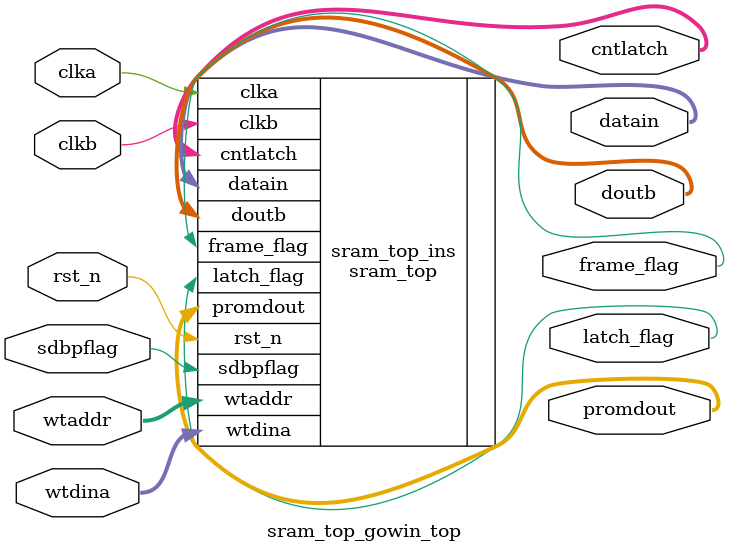
<source format=v>

module sram_top_gowin_top (
    clka,
    clkb,
    sdbpflag,
    wtaddr,
    wtdina,
    rst_n,
    promdout,
    latch_flag,
    frame_flag,
    doutb,
    datain,
    cntlatch
);
input clka;
input clkb;
input sdbpflag;
input [9:0] wtaddr;
input [15:0] wtdina;
input rst_n;
output [9:0] promdout;
output latch_flag;
output frame_flag;
output [15:0] doutb;
output [95:0] datain;
output [6:0] cntlatch;
sram_top sram_top_ins (
    .clka(clka),
    .clkb(clkb),
    .sdbpflag(sdbpflag),
    .wtaddr(wtaddr[9:0]),
    .wtdina(wtdina[15:0]),
    .rst_n(rst_n),
    .promdout(promdout[9:0]),
    .latch_flag(latch_flag),
    .frame_flag(frame_flag),
    .doutb(doutb[15:0]),
    .datain(datain[95:0]),
    .cntlatch(cntlatch[6:0])
);
endmodule

</source>
